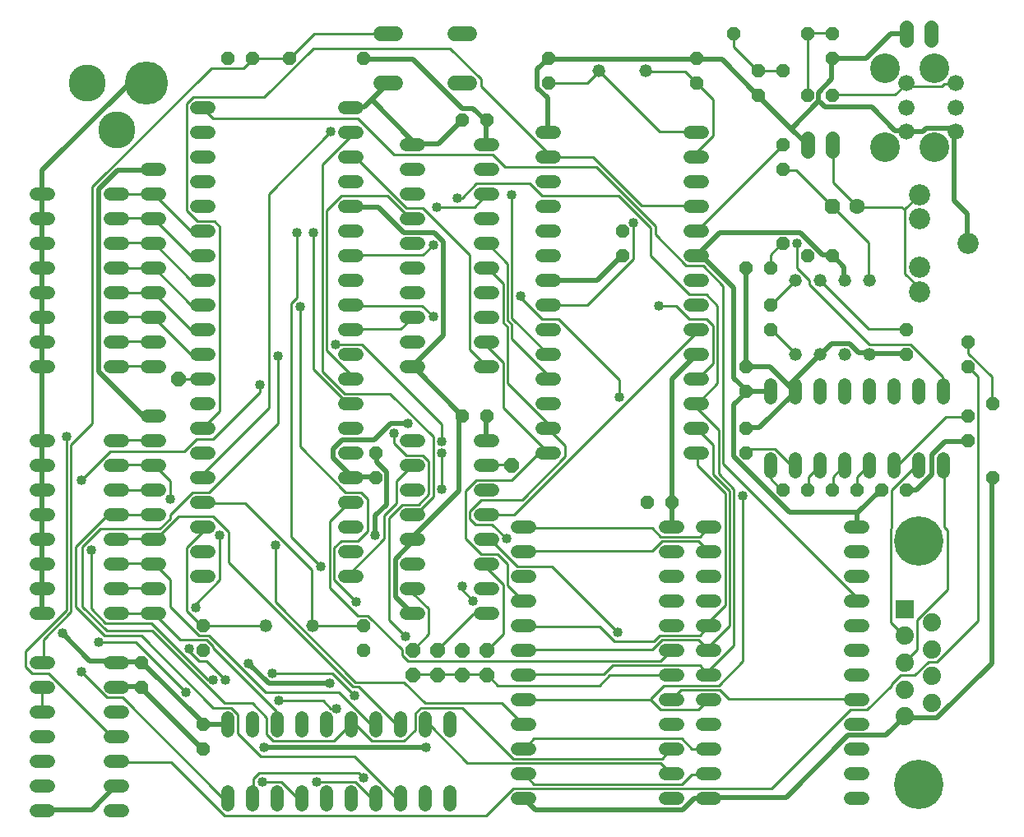
<source format=gtl>
G04 EAGLE Gerber RS-274X export*
G75*
%MOMM*%
%FSLAX34Y34*%
%LPD*%
%INTop Copper*%
%IPPOS*%
%AMOC8*
5,1,8,0,0,1.08239X$1,22.5*%
G01*
%ADD10P,1.429621X8X202.500000*%
%ADD11P,1.429621X8X292.500000*%
%ADD12C,1.320800*%
%ADD13P,1.429621X8X22.500000*%
%ADD14C,1.320800*%
%ADD15P,1.429621X8X112.500000*%
%ADD16P,1.732040X8X202.500000*%
%ADD17C,1.600200*%
%ADD18C,1.422400*%
%ADD19C,2.184400*%
%ADD20C,1.676400*%
%ADD21C,3.048000*%
%ADD22P,1.649562X8X22.500000*%
%ADD23C,1.524000*%
%ADD24R,1.879600X1.879600*%
%ADD25C,1.879600*%
%ADD26C,5.080000*%
%ADD27C,4.445000*%
%ADD28C,3.810000*%
%ADD29C,0.254000*%
%ADD30C,1.016000*%
%ADD31C,0.508000*%


D10*
X673100Y330200D03*
X647700Y330200D03*
D11*
X190500Y101600D03*
X190500Y76200D03*
D12*
X32004Y647700D02*
X18796Y647700D01*
X18796Y622300D02*
X32004Y622300D01*
X32004Y596900D02*
X18796Y596900D01*
X18796Y571500D02*
X32004Y571500D01*
X32004Y546100D02*
X18796Y546100D01*
X18796Y520700D02*
X32004Y520700D01*
X32004Y495300D02*
X18796Y495300D01*
X18796Y469900D02*
X32004Y469900D01*
X94996Y469900D02*
X108204Y469900D01*
X108204Y495300D02*
X94996Y495300D01*
X94996Y520700D02*
X108204Y520700D01*
X108204Y546100D02*
X94996Y546100D01*
X94996Y571500D02*
X108204Y571500D01*
X108204Y596900D02*
X94996Y596900D01*
X94996Y622300D02*
X108204Y622300D01*
X108204Y647700D02*
X94996Y647700D01*
X133096Y673100D02*
X146304Y673100D01*
X146304Y647700D02*
X133096Y647700D01*
X133096Y622300D02*
X146304Y622300D01*
X146304Y596900D02*
X133096Y596900D01*
X133096Y571500D02*
X146304Y571500D01*
X146304Y546100D02*
X133096Y546100D01*
X133096Y520700D02*
X146304Y520700D01*
X146304Y495300D02*
X133096Y495300D01*
X133096Y469900D02*
X146304Y469900D01*
D10*
X838200Y584200D03*
X812800Y584200D03*
D13*
X889000Y342900D03*
X914400Y342900D03*
D10*
X482600Y419100D03*
X457200Y419100D03*
D12*
X539496Y711200D02*
X552704Y711200D01*
X552704Y685800D02*
X539496Y685800D01*
X539496Y660400D02*
X552704Y660400D01*
X552704Y635000D02*
X539496Y635000D01*
X539496Y609600D02*
X552704Y609600D01*
X552704Y584200D02*
X539496Y584200D01*
X539496Y558800D02*
X552704Y558800D01*
X552704Y533400D02*
X539496Y533400D01*
X539496Y508000D02*
X552704Y508000D01*
X552704Y482600D02*
X539496Y482600D01*
X539496Y457200D02*
X552704Y457200D01*
X552704Y431800D02*
X539496Y431800D01*
X539496Y406400D02*
X552704Y406400D01*
X552704Y381000D02*
X539496Y381000D01*
X691896Y381000D02*
X705104Y381000D01*
X705104Y406400D02*
X691896Y406400D01*
X691896Y431800D02*
X705104Y431800D01*
X705104Y457200D02*
X691896Y457200D01*
X691896Y482600D02*
X705104Y482600D01*
X705104Y508000D02*
X691896Y508000D01*
X691896Y533400D02*
X705104Y533400D01*
X705104Y558800D02*
X691896Y558800D01*
X691896Y584200D02*
X705104Y584200D01*
X705104Y609600D02*
X691896Y609600D01*
X691896Y635000D02*
X705104Y635000D01*
X705104Y660400D02*
X691896Y660400D01*
X691896Y685800D02*
X705104Y685800D01*
X705104Y711200D02*
X691896Y711200D01*
D14*
X800100Y482600D03*
X825500Y482600D03*
X825500Y558800D03*
X800100Y558800D03*
X850900Y482600D03*
X876300Y482600D03*
X850900Y558800D03*
X876300Y558800D03*
D15*
X787400Y698500D03*
X787400Y774700D03*
D13*
X736600Y812800D03*
X812800Y812800D03*
D11*
X762000Y774700D03*
X762000Y749300D03*
D10*
X838200Y749300D03*
X812800Y749300D03*
D11*
X838200Y812800D03*
X838200Y787400D03*
X914400Y508000D03*
X914400Y482600D03*
X774700Y533400D03*
X774700Y508000D03*
D10*
X482600Y723900D03*
X457200Y723900D03*
D16*
X838200Y635000D03*
D17*
X863600Y635000D03*
D15*
X787400Y596900D03*
X787400Y673100D03*
D10*
X774700Y571500D03*
X749300Y571500D03*
D14*
X598170Y774700D03*
X646430Y774700D03*
D15*
X546100Y762000D03*
X546100Y787400D03*
X698500Y762000D03*
X698500Y787400D03*
D18*
X939800Y805688D02*
X939800Y819912D01*
X914400Y819912D02*
X914400Y805688D01*
D19*
X977900Y596900D03*
X927900Y571900D03*
X927900Y546900D03*
X927900Y621900D03*
X927900Y646900D03*
D18*
X838200Y691388D02*
X838200Y705612D01*
X812800Y705612D02*
X812800Y691388D01*
D20*
X965200Y711600D03*
X965200Y736600D03*
X965200Y761600D03*
D21*
X943200Y777600D03*
X943200Y695600D03*
D20*
X914400Y711600D03*
X914400Y736600D03*
X914400Y761600D03*
D21*
X892400Y777600D03*
X892400Y695600D03*
D12*
X413004Y698500D02*
X399796Y698500D01*
X399796Y673100D02*
X413004Y673100D01*
X413004Y546100D02*
X399796Y546100D01*
X399796Y520700D02*
X413004Y520700D01*
X413004Y647700D02*
X399796Y647700D01*
X399796Y622300D02*
X413004Y622300D01*
X413004Y571500D02*
X399796Y571500D01*
X399796Y596900D02*
X413004Y596900D01*
X413004Y495300D02*
X399796Y495300D01*
X399796Y469900D02*
X413004Y469900D01*
X475996Y469900D02*
X489204Y469900D01*
X489204Y495300D02*
X475996Y495300D01*
X475996Y520700D02*
X489204Y520700D01*
X489204Y546100D02*
X475996Y546100D01*
X475996Y571500D02*
X489204Y571500D01*
X489204Y596900D02*
X475996Y596900D01*
X475996Y622300D02*
X489204Y622300D01*
X489204Y647700D02*
X475996Y647700D01*
X475996Y673100D02*
X489204Y673100D01*
X489204Y698500D02*
X475996Y698500D01*
X197104Y736600D02*
X183896Y736600D01*
X183896Y711200D02*
X197104Y711200D01*
X197104Y584200D02*
X183896Y584200D01*
X183896Y558800D02*
X197104Y558800D01*
X197104Y685800D02*
X183896Y685800D01*
X183896Y660400D02*
X197104Y660400D01*
X197104Y609600D02*
X183896Y609600D01*
X183896Y635000D02*
X197104Y635000D01*
X197104Y533400D02*
X183896Y533400D01*
X183896Y508000D02*
X197104Y508000D01*
X197104Y482600D02*
X183896Y482600D01*
X183896Y457200D02*
X197104Y457200D01*
X197104Y431800D02*
X183896Y431800D01*
X183896Y406400D02*
X197104Y406400D01*
X197104Y381000D02*
X183896Y381000D01*
X183896Y355600D02*
X197104Y355600D01*
X197104Y330200D02*
X183896Y330200D01*
X183896Y304800D02*
X197104Y304800D01*
X197104Y279400D02*
X183896Y279400D01*
X183896Y254000D02*
X197104Y254000D01*
X336296Y254000D02*
X349504Y254000D01*
X349504Y279400D02*
X336296Y279400D01*
X336296Y304800D02*
X349504Y304800D01*
X349504Y330200D02*
X336296Y330200D01*
X336296Y355600D02*
X349504Y355600D01*
X349504Y381000D02*
X336296Y381000D01*
X336296Y406400D02*
X349504Y406400D01*
X349504Y431800D02*
X336296Y431800D01*
X336296Y457200D02*
X349504Y457200D01*
X349504Y482600D02*
X336296Y482600D01*
X336296Y508000D02*
X349504Y508000D01*
X349504Y533400D02*
X336296Y533400D01*
X336296Y558800D02*
X349504Y558800D01*
X349504Y584200D02*
X336296Y584200D01*
X336296Y609600D02*
X349504Y609600D01*
X349504Y635000D02*
X336296Y635000D01*
X336296Y660400D02*
X349504Y660400D01*
X349504Y685800D02*
X336296Y685800D01*
X336296Y711200D02*
X349504Y711200D01*
X349504Y736600D02*
X336296Y736600D01*
X399796Y393700D02*
X413004Y393700D01*
X413004Y368300D02*
X399796Y368300D01*
X399796Y241300D02*
X413004Y241300D01*
X413004Y215900D02*
X399796Y215900D01*
X399796Y342900D02*
X413004Y342900D01*
X413004Y317500D02*
X399796Y317500D01*
X399796Y266700D02*
X413004Y266700D01*
X413004Y292100D02*
X399796Y292100D01*
X475996Y215900D02*
X489204Y215900D01*
X489204Y241300D02*
X475996Y241300D01*
X475996Y266700D02*
X489204Y266700D01*
X489204Y292100D02*
X475996Y292100D01*
X475996Y317500D02*
X489204Y317500D01*
X489204Y342900D02*
X475996Y342900D01*
X475996Y368300D02*
X489204Y368300D01*
X489204Y393700D02*
X475996Y393700D01*
X32004Y165100D02*
X18796Y165100D01*
X18796Y139700D02*
X32004Y139700D01*
X32004Y12700D02*
X18796Y12700D01*
X94996Y12700D02*
X108204Y12700D01*
X32004Y114300D02*
X18796Y114300D01*
X18796Y88900D02*
X32004Y88900D01*
X32004Y38100D02*
X18796Y38100D01*
X18796Y63500D02*
X32004Y63500D01*
X94996Y38100D02*
X108204Y38100D01*
X108204Y63500D02*
X94996Y63500D01*
X94996Y88900D02*
X108204Y88900D01*
X108204Y114300D02*
X94996Y114300D01*
X94996Y139700D02*
X108204Y139700D01*
X108204Y165100D02*
X94996Y165100D01*
D22*
X406400Y152400D03*
X431800Y152400D03*
X457200Y152400D03*
X482600Y152400D03*
X406400Y177800D03*
X431800Y177800D03*
X457200Y177800D03*
X482600Y177800D03*
D13*
X279400Y787400D03*
X355600Y787400D03*
D10*
X241300Y787400D03*
X215900Y787400D03*
D23*
X373380Y812800D02*
X388620Y812800D01*
X388620Y762000D02*
X373380Y762000D01*
X449580Y812800D02*
X464820Y812800D01*
X464820Y762000D02*
X449580Y762000D01*
D14*
X255270Y203200D03*
X303530Y203200D03*
D11*
X190500Y203200D03*
X190500Y177800D03*
X355600Y203200D03*
X355600Y177800D03*
D12*
X215900Y32004D02*
X215900Y18796D01*
X241300Y18796D02*
X241300Y32004D01*
X368300Y32004D02*
X368300Y18796D01*
X393700Y18796D02*
X393700Y32004D01*
X266700Y32004D02*
X266700Y18796D01*
X292100Y18796D02*
X292100Y32004D01*
X342900Y32004D02*
X342900Y18796D01*
X317500Y18796D02*
X317500Y32004D01*
X419100Y32004D02*
X419100Y18796D01*
X444500Y18796D02*
X444500Y32004D01*
X444500Y94996D02*
X444500Y108204D01*
X419100Y108204D02*
X419100Y94996D01*
X393700Y94996D02*
X393700Y108204D01*
X368300Y108204D02*
X368300Y94996D01*
X342900Y94996D02*
X342900Y108204D01*
X317500Y108204D02*
X317500Y94996D01*
X292100Y94996D02*
X292100Y108204D01*
X266700Y108204D02*
X266700Y94996D01*
X241300Y94996D02*
X241300Y108204D01*
X215900Y108204D02*
X215900Y94996D01*
X32004Y393700D02*
X18796Y393700D01*
X18796Y368300D02*
X32004Y368300D01*
X32004Y342900D02*
X18796Y342900D01*
X18796Y317500D02*
X32004Y317500D01*
X32004Y292100D02*
X18796Y292100D01*
X18796Y266700D02*
X32004Y266700D01*
X32004Y241300D02*
X18796Y241300D01*
X18796Y215900D02*
X32004Y215900D01*
X94996Y215900D02*
X108204Y215900D01*
X108204Y241300D02*
X94996Y241300D01*
X94996Y266700D02*
X108204Y266700D01*
X108204Y292100D02*
X94996Y292100D01*
X94996Y317500D02*
X108204Y317500D01*
X108204Y342900D02*
X94996Y342900D01*
X94996Y368300D02*
X108204Y368300D01*
X108204Y393700D02*
X94996Y393700D01*
X133096Y419100D02*
X146304Y419100D01*
X146304Y393700D02*
X133096Y393700D01*
X133096Y368300D02*
X146304Y368300D01*
X146304Y342900D02*
X133096Y342900D01*
X133096Y317500D02*
X146304Y317500D01*
X146304Y292100D02*
X133096Y292100D01*
X133096Y266700D02*
X146304Y266700D01*
X146304Y241300D02*
X133096Y241300D01*
X133096Y215900D02*
X146304Y215900D01*
X514096Y304800D02*
X527304Y304800D01*
X527304Y279400D02*
X514096Y279400D01*
X514096Y152400D02*
X527304Y152400D01*
X527304Y127000D02*
X514096Y127000D01*
X514096Y254000D02*
X527304Y254000D01*
X527304Y228600D02*
X514096Y228600D01*
X514096Y177800D02*
X527304Y177800D01*
X527304Y203200D02*
X514096Y203200D01*
X514096Y101600D02*
X527304Y101600D01*
X527304Y76200D02*
X514096Y76200D01*
X514096Y50800D02*
X527304Y50800D01*
X527304Y25400D02*
X514096Y25400D01*
X666496Y25400D02*
X679704Y25400D01*
X679704Y50800D02*
X666496Y50800D01*
X666496Y76200D02*
X679704Y76200D01*
X679704Y101600D02*
X666496Y101600D01*
X666496Y127000D02*
X679704Y127000D01*
X679704Y152400D02*
X666496Y152400D01*
X666496Y177800D02*
X679704Y177800D01*
X679704Y203200D02*
X666496Y203200D01*
X666496Y228600D02*
X679704Y228600D01*
X679704Y254000D02*
X666496Y254000D01*
X666496Y279400D02*
X679704Y279400D01*
X679704Y304800D02*
X666496Y304800D01*
X704596Y304800D02*
X717804Y304800D01*
X717804Y279400D02*
X704596Y279400D01*
X704596Y254000D02*
X717804Y254000D01*
X717804Y228600D02*
X704596Y228600D01*
X704596Y203200D02*
X717804Y203200D01*
X717804Y177800D02*
X704596Y177800D01*
X704596Y152400D02*
X717804Y152400D01*
X717804Y127000D02*
X704596Y127000D01*
X704596Y101600D02*
X717804Y101600D01*
X717804Y76200D02*
X704596Y76200D01*
X704596Y50800D02*
X717804Y50800D01*
X717804Y25400D02*
X704596Y25400D01*
X856996Y25400D02*
X870204Y25400D01*
X870204Y50800D02*
X856996Y50800D01*
X856996Y76200D02*
X870204Y76200D01*
X870204Y101600D02*
X856996Y101600D01*
X856996Y127000D02*
X870204Y127000D01*
X870204Y152400D02*
X856996Y152400D01*
X856996Y177800D02*
X870204Y177800D01*
X870204Y203200D02*
X856996Y203200D01*
X856996Y228600D02*
X870204Y228600D01*
X870204Y254000D02*
X856996Y254000D01*
X856996Y279400D02*
X870204Y279400D01*
X870204Y304800D02*
X856996Y304800D01*
D24*
X912900Y220500D03*
D25*
X912900Y192800D03*
X912900Y165100D03*
X912900Y137400D03*
X912900Y109700D03*
X941300Y206600D03*
X941300Y178900D03*
X941300Y151300D03*
X941300Y123600D03*
D26*
X927100Y290100D03*
X927100Y40100D03*
D12*
X774700Y361696D02*
X774700Y374904D01*
X800100Y374904D02*
X800100Y361696D01*
X927100Y361696D02*
X927100Y374904D01*
X952500Y374904D02*
X952500Y361696D01*
X825500Y361696D02*
X825500Y374904D01*
X850900Y374904D02*
X850900Y361696D01*
X901700Y361696D02*
X901700Y374904D01*
X876300Y374904D02*
X876300Y361696D01*
X952500Y437896D02*
X952500Y451104D01*
X927100Y451104D02*
X927100Y437896D01*
X901700Y437896D02*
X901700Y451104D01*
X876300Y451104D02*
X876300Y437896D01*
X850900Y437896D02*
X850900Y451104D01*
X825500Y451104D02*
X825500Y437896D01*
X800100Y437896D02*
X800100Y451104D01*
X774700Y451104D02*
X774700Y437896D01*
D13*
X787400Y342900D03*
X812800Y342900D03*
X838200Y342900D03*
X863600Y342900D03*
D15*
X977900Y393700D03*
X977900Y419100D03*
X749300Y381000D03*
X749300Y406400D03*
D27*
X132600Y762000D03*
D28*
X71600Y762000D03*
X101600Y714000D03*
D15*
X749300Y444500D03*
X749300Y469900D03*
X368300Y355600D03*
X368300Y381000D03*
D11*
X127000Y165100D03*
X127000Y139700D03*
D15*
X977900Y469900D03*
X977900Y495300D03*
X1003300Y355600D03*
X1003300Y431800D03*
X622300Y584200D03*
X622300Y609600D03*
D22*
X508000Y368300D03*
X165100Y457200D03*
D29*
X521208Y126873D02*
X651510Y126873D01*
X661797Y116586D01*
X700659Y116586D01*
X710946Y126873D01*
X521208Y126873D02*
X520700Y127000D01*
X710946Y126873D02*
X711200Y127000D01*
X677799Y532638D02*
X659511Y532638D01*
X677799Y532638D02*
X691515Y518922D01*
X708660Y518922D01*
X715518Y512064D01*
X715518Y473202D01*
X699516Y457200D01*
X698500Y457200D01*
X665226Y141732D02*
X651510Y128016D01*
X665226Y141732D02*
X721233Y141732D01*
X746379Y166878D01*
X746379Y337185D01*
X651510Y128016D02*
X651510Y126873D01*
D30*
X659511Y532638D03*
X746379Y337185D03*
D29*
X603504Y153162D02*
X521208Y153162D01*
X603504Y153162D02*
X612648Y162306D01*
X701802Y162306D01*
X710946Y153162D01*
X521208Y153162D02*
X520700Y152400D01*
X710946Y153162D02*
X711200Y152400D01*
X699516Y426339D02*
X699516Y430911D01*
X699516Y426339D02*
X721233Y404622D01*
X721233Y360045D01*
X737235Y344043D01*
X737235Y182880D01*
X709803Y155448D01*
X699516Y430911D02*
X698500Y431800D01*
X709803Y155448D02*
X711200Y152400D01*
X457200Y643509D02*
X452628Y643509D01*
X457200Y643509D02*
X472059Y658368D01*
X526923Y658368D01*
X539496Y645795D01*
X618363Y645795D01*
X651510Y612648D01*
X651510Y584073D01*
X691515Y544068D01*
X708660Y544068D01*
X720090Y532638D01*
X720090Y452628D01*
X699516Y432054D01*
X698500Y431800D01*
D30*
X452628Y643509D03*
D29*
X521208Y178308D02*
X652653Y178308D01*
X662940Y188595D01*
X700659Y188595D01*
X710946Y178308D01*
X521208Y178308D02*
X520700Y177800D01*
X710946Y178308D02*
X711200Y177800D01*
X517779Y540639D02*
X517779Y542925D01*
X517779Y540639D02*
X539496Y518922D01*
X556641Y518922D01*
X619506Y456057D01*
X619506Y438912D01*
X732663Y203454D02*
X709803Y180594D01*
X732663Y203454D02*
X732663Y341757D01*
X715518Y358902D01*
X715518Y389763D01*
X699516Y405765D01*
X709803Y180594D02*
X711200Y177800D01*
X699516Y405765D02*
X698500Y406400D01*
D30*
X517779Y542925D03*
X619506Y438912D03*
D29*
X598932Y202311D02*
X521208Y202311D01*
X598932Y202311D02*
X613791Y187452D01*
X654939Y187452D01*
X660654Y193167D01*
X701802Y193167D01*
X710946Y202311D01*
X521208Y202311D02*
X520700Y203200D01*
X710946Y202311D02*
X711200Y203200D01*
X712089Y203454D02*
X712089Y208026D01*
X728091Y224028D01*
X728091Y339471D01*
X699516Y368046D01*
X699516Y380619D01*
X712089Y203454D02*
X711200Y203200D01*
X699516Y380619D02*
X698500Y381000D01*
X483489Y490347D02*
X483489Y494919D01*
X483489Y490347D02*
X499491Y474345D01*
X499491Y427482D01*
X545211Y381762D01*
X483489Y494919D02*
X482600Y495300D01*
X545211Y381762D02*
X546100Y381000D01*
X540639Y385191D02*
X508635Y353187D01*
X472059Y353187D01*
X460629Y341757D01*
X460629Y292608D01*
X476631Y276606D01*
X493776Y276606D01*
X504063Y266319D01*
X504063Y244602D01*
X520065Y228600D01*
X546100Y381000D02*
X540639Y385191D01*
X520700Y228600D02*
X520065Y228600D01*
X545211Y406908D02*
X545211Y411480D01*
X504063Y452628D01*
X504063Y510921D01*
X499491Y515493D01*
X499491Y555498D01*
X483489Y571500D01*
X545211Y406908D02*
X546100Y406400D01*
X483489Y571500D02*
X482600Y571500D01*
X488061Y307467D02*
X502920Y292608D01*
X488061Y307467D02*
X470916Y307467D01*
X465201Y313182D01*
X465201Y321183D01*
X476631Y332613D01*
X518922Y332613D01*
X563499Y377190D01*
X563499Y388620D01*
X546354Y405765D01*
X546100Y406400D01*
D30*
X502920Y292608D03*
D29*
X521208Y280035D02*
X652653Y280035D01*
X662940Y290322D01*
X700659Y290322D01*
X710946Y280035D01*
X521208Y280035D02*
X520700Y279400D01*
X710946Y280035D02*
X711200Y279400D01*
X545211Y457200D02*
X545211Y461772D01*
X508635Y498348D01*
X508635Y513207D01*
X504063Y517779D01*
X504063Y576072D01*
X483489Y596646D01*
X545211Y457200D02*
X546100Y457200D01*
X483489Y596646D02*
X482600Y596900D01*
X521208Y304038D02*
X652653Y304038D01*
X661797Y294894D01*
X701802Y294894D01*
X710946Y304038D01*
X521208Y304038D02*
X520700Y304800D01*
X710946Y304038D02*
X711200Y304800D01*
X508635Y520065D02*
X508635Y646938D01*
X508635Y520065D02*
X546100Y482600D01*
D30*
X508635Y646938D03*
D31*
X482346Y699516D02*
X482346Y723519D01*
X482346Y699516D02*
X482600Y698500D01*
X482346Y723519D02*
X482600Y723900D01*
X406908Y786384D02*
X356616Y786384D01*
X406908Y786384D02*
X457200Y736092D01*
X468630Y736092D01*
X480060Y724662D01*
X356616Y786384D02*
X355600Y787400D01*
X480060Y724662D02*
X482600Y723900D01*
X850392Y572643D02*
X850392Y558927D01*
X850392Y572643D02*
X838962Y584073D01*
X850392Y558927D02*
X850900Y558800D01*
X838962Y584073D02*
X838200Y584200D01*
X596646Y558927D02*
X546354Y558927D01*
X596646Y558927D02*
X621792Y584073D01*
X546354Y558927D02*
X546100Y558800D01*
X621792Y584073D02*
X622300Y584200D01*
X828675Y585216D02*
X836676Y585216D01*
X828675Y585216D02*
X805815Y608076D01*
X722376Y608076D01*
X698500Y584200D01*
X836676Y585216D02*
X838200Y584200D01*
X368046Y356616D02*
X342900Y356616D01*
X342900Y355600D01*
X368046Y356616D02*
X368300Y355600D01*
X482346Y394335D02*
X482346Y418338D01*
X482346Y394335D02*
X482600Y393700D01*
X482346Y418338D02*
X482600Y419100D01*
X341757Y358902D02*
X324612Y376047D01*
X324612Y385191D01*
X333756Y394335D01*
X366903Y394335D01*
X384048Y411480D01*
X401193Y411480D01*
X341757Y358902D02*
X342900Y355600D01*
X864108Y318897D02*
X864108Y305181D01*
X864108Y318897D02*
X888111Y342900D01*
X864108Y305181D02*
X863600Y304800D01*
X888111Y342900D02*
X889000Y342900D01*
X673227Y329184D02*
X673227Y305181D01*
X673100Y304800D01*
X673227Y329184D02*
X673100Y330200D01*
X749808Y444627D02*
X773811Y444627D01*
X749808Y444627D02*
X749300Y444500D01*
X773811Y444627D02*
X774700Y444500D01*
X673227Y457200D02*
X673227Y332613D01*
X673227Y457200D02*
X698373Y482346D01*
X673227Y332613D02*
X673100Y330200D01*
X698373Y482346D02*
X698500Y482600D01*
X794385Y320040D02*
X861822Y320040D01*
X794385Y320040D02*
X737235Y377190D01*
X737235Y430911D01*
X748665Y442341D01*
X861822Y320040D02*
X864108Y318897D01*
X748665Y442341D02*
X749300Y444500D01*
X737235Y550926D02*
X702945Y585216D01*
X737235Y550926D02*
X737235Y458343D01*
X748665Y446913D01*
X702945Y585216D02*
X698500Y584200D01*
X748665Y446913D02*
X749300Y444500D01*
X126873Y165735D02*
X101727Y165735D01*
X101600Y165100D01*
X126873Y165735D02*
X127000Y165100D01*
X190881Y101727D02*
X214884Y101727D01*
X190881Y101727D02*
X190500Y101600D01*
X214884Y101727D02*
X215900Y101600D01*
X253746Y77724D02*
X420624Y77724D01*
X189738Y104013D02*
X129159Y164592D01*
X127000Y165100D01*
X189738Y104013D02*
X190500Y101600D01*
X25146Y216027D02*
X25146Y241173D01*
X25146Y216027D02*
X25400Y215900D01*
X25146Y241173D02*
X25400Y241300D01*
X25146Y243459D02*
X25146Y266319D01*
X25400Y266700D01*
X25146Y243459D02*
X25400Y241300D01*
X25146Y268605D02*
X25146Y291465D01*
X25400Y292100D01*
X25146Y268605D02*
X25400Y266700D01*
X25146Y293751D02*
X25146Y316611D01*
X25400Y317500D01*
X25146Y293751D02*
X25400Y292100D01*
X25146Y320040D02*
X25146Y342900D01*
X25400Y342900D01*
X25146Y320040D02*
X25400Y317500D01*
X25146Y345186D02*
X25146Y368046D01*
X25400Y368300D01*
X25146Y345186D02*
X25400Y342900D01*
X25146Y370332D02*
X25146Y393192D01*
X25400Y393700D01*
X25146Y370332D02*
X25400Y368300D01*
X25146Y470916D02*
X25146Y494919D01*
X25146Y470916D02*
X25400Y469900D01*
X25146Y494919D02*
X25400Y495300D01*
X25146Y497205D02*
X25146Y520065D01*
X25400Y520700D01*
X25146Y497205D02*
X25400Y495300D01*
X25146Y522351D02*
X25146Y545211D01*
X25400Y546100D01*
X25146Y522351D02*
X25400Y520700D01*
X25146Y548640D02*
X25146Y571500D01*
X25400Y571500D01*
X25146Y548640D02*
X25400Y546100D01*
X25146Y573786D02*
X25146Y596646D01*
X25400Y596900D01*
X25146Y573786D02*
X25400Y571500D01*
X25146Y598932D02*
X25146Y621792D01*
X25400Y622300D01*
X25146Y598932D02*
X25400Y596900D01*
X25146Y624078D02*
X25146Y646938D01*
X25400Y647700D01*
X25146Y624078D02*
X25400Y622300D01*
X25146Y467487D02*
X25146Y395478D01*
X25400Y393700D01*
X25146Y467487D02*
X25400Y469900D01*
X114300Y761238D02*
X132588Y761238D01*
X114300Y761238D02*
X25146Y672084D01*
X25146Y650367D01*
X132588Y761238D02*
X132600Y762000D01*
X25146Y650367D02*
X25400Y647700D01*
X74295Y166878D02*
X99441Y166878D01*
X74295Y166878D02*
X45720Y195453D01*
X99441Y166878D02*
X101600Y165100D01*
D30*
X401193Y411480D03*
X420624Y77724D03*
X253746Y77724D03*
X45720Y195453D03*
D31*
X26289Y13716D02*
X76581Y13716D01*
X100584Y37719D01*
X26289Y13716D02*
X25400Y12700D01*
X100584Y37719D02*
X101600Y38100D01*
X101727Y140589D02*
X126873Y140589D01*
X101727Y140589D02*
X101600Y139700D01*
X126873Y140589D02*
X127000Y139700D01*
X128016Y138303D02*
X189738Y76581D01*
X190500Y76200D01*
X128016Y138303D02*
X127000Y139700D01*
X405765Y289179D02*
X405765Y291465D01*
X405765Y289179D02*
X388620Y272034D01*
X388620Y233172D01*
X405765Y216027D01*
X405765Y291465D02*
X406400Y292100D01*
X405765Y216027D02*
X406400Y215900D01*
X369189Y371475D02*
X369189Y380619D01*
X369189Y371475D02*
X379476Y361188D01*
X379476Y328041D01*
X368046Y316611D01*
X368046Y296037D01*
X369189Y380619D02*
X368300Y381000D01*
X371475Y634365D02*
X342900Y634365D01*
X371475Y634365D02*
X397764Y608076D01*
X428625Y608076D01*
X437769Y598932D01*
X437769Y501777D01*
X406908Y470916D01*
X342900Y634365D02*
X342900Y635000D01*
X406908Y470916D02*
X406400Y469900D01*
X408051Y468630D02*
X457200Y419481D01*
X457200Y419100D01*
X408051Y468630D02*
X406400Y469900D01*
X408051Y296037D02*
X408051Y293751D01*
X408051Y296037D02*
X453771Y341757D01*
X453771Y414909D01*
X456057Y417195D01*
X408051Y293751D02*
X406400Y292100D01*
X456057Y417195D02*
X457200Y419100D01*
X237744Y164592D02*
X258318Y144018D01*
X321183Y144018D01*
X342900Y737235D02*
X356616Y737235D01*
X364046Y744665D02*
X380619Y761238D01*
X364046Y744665D02*
X356616Y737235D01*
X342900Y737235D02*
X342900Y736600D01*
X380619Y761238D02*
X381000Y762000D01*
X406908Y699516D02*
X433197Y699516D01*
X457200Y723519D01*
X406908Y699516D02*
X406400Y698500D01*
X457200Y723519D02*
X457200Y723900D01*
X406908Y701802D02*
X364046Y744665D01*
X406908Y701802D02*
X406400Y698500D01*
X545211Y712089D02*
X545211Y746379D01*
X534924Y756666D01*
X534924Y776097D01*
X545211Y786384D01*
X545211Y712089D02*
X546100Y711200D01*
X545211Y786384D02*
X546100Y787400D01*
X696087Y25146D02*
X710946Y25146D01*
X696087Y25146D02*
X684657Y13716D01*
X532638Y13716D01*
X521208Y25146D01*
X710946Y25146D02*
X711200Y25400D01*
X521208Y25146D02*
X520700Y25400D01*
X713232Y26289D02*
X790956Y26289D01*
X854964Y90297D01*
X893826Y90297D01*
X912114Y108585D01*
X713232Y26289D02*
X711200Y25400D01*
X912114Y108585D02*
X912900Y109700D01*
X914400Y712089D02*
X931545Y712089D01*
X934974Y715518D01*
X961263Y715518D01*
X964692Y712089D01*
X914400Y712089D02*
X914400Y711600D01*
X964692Y712089D02*
X965200Y711600D01*
X977265Y627507D02*
X977265Y597789D01*
X977265Y627507D02*
X963549Y641223D01*
X963549Y709803D01*
X977265Y597789D02*
X977900Y596900D01*
X963549Y709803D02*
X965200Y711600D01*
X873252Y787527D02*
X838962Y787527D01*
X873252Y787527D02*
X898398Y812673D01*
X914400Y812673D01*
X838962Y787527D02*
X838200Y787400D01*
X914400Y812673D02*
X914400Y812800D01*
X812673Y698373D02*
X796100Y714947D01*
X762381Y748665D01*
X762000Y749300D01*
X812673Y698373D02*
X812800Y698500D01*
X724662Y786384D02*
X699516Y786384D01*
X724662Y786384D02*
X760095Y750951D01*
X699516Y786384D02*
X698500Y787400D01*
X760095Y750951D02*
X762000Y749300D01*
X837819Y765810D02*
X837819Y785241D01*
X837819Y765810D02*
X824103Y752094D01*
X824103Y742950D01*
X796100Y714947D01*
X837819Y785241D02*
X838200Y787400D01*
X902970Y713232D02*
X912114Y713232D01*
X902970Y713232D02*
X878967Y737235D01*
X830961Y737235D01*
X826389Y741807D01*
X912114Y713232D02*
X914400Y711600D01*
X826389Y741807D02*
X824103Y742950D01*
X914400Y342900D02*
X924687Y342900D01*
X940689Y358902D01*
X940689Y379476D01*
X954405Y393192D01*
X977265Y393192D01*
X977900Y393700D01*
X914400Y483489D02*
X876681Y483489D01*
X876300Y482600D01*
X914400Y482600D02*
X914400Y483489D01*
X763524Y406908D02*
X749808Y406908D01*
X763524Y406908D02*
X800100Y443484D01*
X749808Y406908D02*
X749300Y406400D01*
X800100Y443484D02*
X800100Y444500D01*
X773811Y469773D02*
X749808Y469773D01*
X773811Y469773D02*
X797814Y445770D01*
X749808Y469773D02*
X749300Y469900D01*
X797814Y445770D02*
X800100Y444500D01*
X794385Y451485D02*
X825500Y482600D01*
X794385Y451485D02*
X800100Y444500D01*
X865251Y484632D02*
X874395Y484632D01*
X865251Y484632D02*
X856107Y493776D01*
X837819Y493776D01*
X827532Y483489D01*
X874395Y484632D02*
X876300Y482600D01*
X827532Y483489D02*
X825500Y482600D01*
X749808Y472059D02*
X749808Y571500D01*
X749300Y571500D01*
X749808Y472059D02*
X749300Y469900D01*
X914400Y108585D02*
X946404Y108585D01*
X1002411Y164592D01*
X1002411Y355473D01*
X912900Y109700D02*
X914400Y108585D01*
X1002411Y355473D02*
X1003300Y355600D01*
X696087Y786384D02*
X547497Y786384D01*
X546100Y787400D01*
X696087Y786384D02*
X698500Y787400D01*
X139446Y419481D02*
X129159Y419481D01*
X83439Y465201D01*
X83439Y652653D01*
X102870Y672084D01*
X139446Y672084D01*
X139446Y419481D02*
X139700Y419100D01*
X139446Y672084D02*
X139700Y673100D01*
D30*
X368046Y296037D03*
X237744Y164592D03*
X321183Y144018D03*
D29*
X139446Y470916D02*
X101727Y470916D01*
X101600Y469900D01*
X139446Y470916D02*
X139700Y469900D01*
X139446Y496062D02*
X101727Y496062D01*
X101600Y495300D01*
X139446Y496062D02*
X139700Y495300D01*
X139446Y521208D02*
X101727Y521208D01*
X101600Y520700D01*
X139446Y521208D02*
X139700Y520700D01*
X177165Y483489D02*
X189738Y483489D01*
X177165Y483489D02*
X140589Y520065D01*
X189738Y483489D02*
X190500Y482600D01*
X140589Y520065D02*
X139700Y520700D01*
X139446Y546354D02*
X101727Y546354D01*
X101600Y546100D01*
X139446Y546354D02*
X139700Y546100D01*
X177165Y508635D02*
X189738Y508635D01*
X177165Y508635D02*
X139700Y546100D01*
X189738Y508635D02*
X190500Y508000D01*
X139700Y571500D02*
X101600Y571500D01*
X178308Y533781D02*
X189738Y533781D01*
X178308Y533781D02*
X140589Y571500D01*
X189738Y533781D02*
X190500Y533400D01*
X140589Y571500D02*
X139700Y571500D01*
X139446Y597789D02*
X101727Y597789D01*
X101600Y596900D01*
X139446Y597789D02*
X139700Y596900D01*
X178308Y558927D02*
X189738Y558927D01*
X178308Y558927D02*
X140589Y596646D01*
X189738Y558927D02*
X190500Y558800D01*
X140589Y596646D02*
X139700Y596900D01*
X139446Y622935D02*
X101727Y622935D01*
X101600Y622300D01*
X139446Y622935D02*
X139700Y622300D01*
X177165Y585216D02*
X189738Y585216D01*
X177165Y585216D02*
X140589Y621792D01*
X189738Y585216D02*
X190500Y584200D01*
X140589Y621792D02*
X139700Y622300D01*
X139446Y648081D02*
X101727Y648081D01*
X101600Y647700D01*
X139446Y648081D02*
X139700Y647700D01*
X177165Y610362D02*
X189738Y610362D01*
X177165Y610362D02*
X140589Y646938D01*
X189738Y610362D02*
X190500Y609600D01*
X140589Y646938D02*
X139700Y647700D01*
X838962Y749808D02*
X902970Y749808D01*
X914400Y761238D01*
X838962Y749808D02*
X838200Y749300D01*
X914400Y761238D02*
X914400Y761600D01*
X953262Y761238D02*
X964692Y761238D01*
X953262Y761238D02*
X950976Y758952D01*
X917829Y758952D01*
X915543Y761238D01*
X964692Y761238D02*
X965200Y761600D01*
X915543Y761238D02*
X914400Y761600D01*
X812673Y749808D02*
X812673Y812673D01*
X812673Y749808D02*
X812800Y749300D01*
X812673Y812673D02*
X812800Y812800D01*
X813816Y813816D02*
X837819Y813816D01*
X838200Y812800D01*
X813816Y813816D02*
X812800Y812800D01*
X737235Y812673D02*
X737235Y798957D01*
X761238Y774954D01*
X737235Y812673D02*
X736600Y812800D01*
X761238Y774954D02*
X762000Y774700D01*
X762381Y774954D02*
X786384Y774954D01*
X787400Y774700D01*
X762381Y774954D02*
X762000Y774700D01*
X774954Y508635D02*
X800100Y483489D01*
X800100Y482600D01*
X774700Y508000D02*
X774954Y508635D01*
X774954Y533781D02*
X800100Y558927D01*
X774954Y533781D02*
X774700Y533400D01*
X800100Y558800D02*
X800100Y558927D01*
X875538Y508635D02*
X914400Y508635D01*
X875538Y508635D02*
X826389Y557784D01*
X914400Y508635D02*
X914400Y508000D01*
X826389Y557784D02*
X825500Y558800D01*
X801243Y672084D02*
X787527Y672084D01*
X801243Y672084D02*
X837819Y635508D01*
X787527Y672084D02*
X787400Y673100D01*
X837819Y635508D02*
X838200Y635000D01*
X875538Y597789D02*
X875538Y558927D01*
X875538Y597789D02*
X838962Y634365D01*
X875538Y558927D02*
X876300Y558800D01*
X838962Y634365D02*
X838200Y635000D01*
X838962Y659511D02*
X838962Y698373D01*
X838962Y659511D02*
X862965Y635508D01*
X838962Y698373D02*
X838200Y698500D01*
X862965Y635508D02*
X863600Y635000D01*
X926973Y552069D02*
X926973Y547497D01*
X926973Y552069D02*
X913257Y565785D01*
X913257Y632079D01*
X926973Y645795D01*
X926973Y547497D02*
X927900Y546900D01*
X926973Y645795D02*
X927900Y646900D01*
X909828Y634365D02*
X864108Y634365D01*
X909828Y634365D02*
X912114Y632079D01*
X864108Y634365D02*
X863600Y635000D01*
X912114Y632079D02*
X913257Y632079D01*
X774954Y585216D02*
X774954Y571500D01*
X774954Y585216D02*
X786384Y596646D01*
X774954Y571500D02*
X774700Y571500D01*
X786384Y596646D02*
X787400Y596900D01*
X686943Y773811D02*
X646938Y773811D01*
X686943Y773811D02*
X698373Y762381D01*
X646938Y773811D02*
X646430Y774700D01*
X698373Y762381D02*
X698500Y762000D01*
X699516Y691515D02*
X699516Y685800D01*
X699516Y691515D02*
X715518Y707517D01*
X715518Y745236D01*
X699516Y761238D01*
X699516Y685800D02*
X698500Y685800D01*
X699516Y761238D02*
X698500Y762000D01*
X586359Y762381D02*
X546354Y762381D01*
X586359Y762381D02*
X597789Y773811D01*
X546354Y762381D02*
X546100Y762000D01*
X597789Y773811D02*
X598170Y774700D01*
X660654Y712089D02*
X698373Y712089D01*
X660654Y712089D02*
X598932Y773811D01*
X698373Y712089D02*
X698500Y711200D01*
X598932Y773811D02*
X598170Y774700D01*
X642366Y635508D02*
X698373Y635508D01*
X642366Y635508D02*
X592074Y685800D01*
X546100Y685800D01*
X698373Y635508D02*
X698500Y635000D01*
X546354Y686943D02*
X546354Y689229D01*
X476631Y758952D01*
X476631Y765810D01*
X444627Y797814D01*
X304038Y797814D01*
X253746Y747522D01*
X180594Y747522D01*
X173736Y740664D01*
X173736Y630936D01*
X185166Y619506D01*
X202311Y619506D01*
X208026Y613791D01*
X208026Y424053D01*
X190881Y406908D01*
X546100Y685800D02*
X546354Y686943D01*
X190881Y406908D02*
X190500Y406400D01*
X699516Y610362D02*
X787527Y698373D01*
X699516Y610362D02*
X698500Y609600D01*
X787527Y698373D02*
X787400Y698500D01*
X342900Y432054D02*
X339471Y432054D01*
X304038Y467487D01*
X304038Y608076D01*
X342900Y432054D02*
X342900Y431800D01*
X242316Y45720D02*
X242316Y26289D01*
X242316Y45720D02*
X248031Y51435D01*
X350901Y51435D01*
X355473Y46863D01*
X242316Y26289D02*
X241300Y25400D01*
X265176Y227457D02*
X265176Y285750D01*
X265176Y227457D02*
X347472Y145161D01*
X397764Y145161D01*
X419481Y123444D01*
X498348Y123444D01*
X520065Y101727D01*
X520700Y101600D01*
D30*
X304038Y608076D03*
X355473Y46863D03*
X265176Y285750D03*
D29*
X342900Y457200D02*
X342900Y461772D01*
X317754Y486918D01*
X317754Y630936D01*
X332613Y645795D01*
X380619Y645795D01*
X403479Y622935D01*
X405765Y622935D01*
X406400Y622300D01*
X693801Y76581D02*
X710946Y76581D01*
X693801Y76581D02*
X683514Y86868D01*
X531495Y86868D01*
X521208Y76581D01*
X710946Y76581D02*
X711200Y76200D01*
X521208Y76581D02*
X520700Y76200D01*
X387477Y390906D02*
X387477Y401193D01*
X387477Y390906D02*
X400050Y378333D01*
X417195Y378333D01*
X422910Y372618D01*
X422910Y338328D01*
X412623Y328041D01*
X395478Y328041D01*
X381762Y314325D01*
X381762Y209169D01*
X398907Y192024D01*
D30*
X387477Y401193D03*
X398907Y192024D03*
D29*
X693801Y50292D02*
X710946Y50292D01*
X693801Y50292D02*
X683514Y40005D01*
X531495Y40005D01*
X520700Y50800D01*
X710946Y50292D02*
X711200Y50800D01*
X394335Y508635D02*
X342900Y508635D01*
X394335Y508635D02*
X406400Y520700D01*
X342900Y508635D02*
X342900Y508000D01*
X342900Y532638D02*
X416052Y532638D01*
X427482Y521208D01*
X342900Y532638D02*
X342900Y533400D01*
X419481Y100584D02*
X424053Y100584D01*
X462915Y61722D01*
X661797Y61722D01*
X672084Y51435D01*
X419481Y100584D02*
X419100Y101600D01*
X672084Y51435D02*
X673100Y50800D01*
D30*
X427482Y521208D03*
D29*
X348615Y100584D02*
X342900Y100584D01*
X348615Y100584D02*
X364617Y84582D01*
X397764Y84582D01*
X409194Y96012D01*
X409194Y113157D01*
X414909Y118872D01*
X457200Y118872D01*
X509778Y66294D01*
X662940Y66294D01*
X672084Y75438D01*
X342900Y100584D02*
X342900Y101600D01*
X672084Y75438D02*
X673100Y76200D01*
X267462Y411480D02*
X267462Y481203D01*
X267462Y411480D02*
X196596Y340614D01*
X179451Y340614D01*
X156591Y317754D01*
X156591Y313182D01*
X146304Y302895D01*
X84582Y302895D01*
X66294Y284607D01*
X66294Y222885D01*
X91440Y197739D01*
X138303Y197739D01*
X212598Y123444D01*
X241173Y123444D01*
X256032Y108585D01*
X256032Y91440D01*
X262890Y84582D01*
X325755Y84582D01*
X341757Y100584D01*
X342900Y101600D01*
D30*
X267462Y481203D03*
D29*
X342900Y585216D02*
X417195Y585216D01*
X427482Y595503D01*
X342900Y585216D02*
X342900Y584200D01*
X290322Y531495D02*
X290322Y387477D01*
X337185Y340614D01*
X353187Y340614D01*
X360045Y333756D01*
X360045Y300609D01*
X349758Y290322D01*
X332613Y290322D01*
X325755Y283464D01*
X325755Y250317D01*
X348615Y227457D01*
D30*
X427482Y595503D03*
X290322Y531495D03*
X348615Y227457D03*
D29*
X430911Y634365D02*
X469773Y634365D01*
X482346Y646938D01*
X482600Y647700D01*
X457200Y243459D02*
X457200Y240030D01*
X468630Y228600D01*
X731520Y128016D02*
X862965Y128016D01*
X731520Y128016D02*
X722376Y137160D01*
X682371Y137160D01*
X673227Y128016D01*
X862965Y128016D02*
X863600Y127000D01*
X673227Y128016D02*
X673100Y127000D01*
X286893Y540639D02*
X286893Y608076D01*
X286893Y540639D02*
X281178Y534924D01*
X281178Y294894D01*
X312039Y264033D01*
D30*
X430911Y634365D03*
X457200Y243459D03*
X468630Y228600D03*
X286893Y608076D03*
X312039Y264033D03*
D29*
X342900Y685800D02*
X347472Y685800D01*
X400050Y633222D01*
X417195Y633222D01*
X465201Y585216D01*
X465201Y488061D01*
X482346Y470916D01*
X482600Y469900D01*
X436626Y380619D02*
X436626Y344043D01*
D30*
X436626Y344043D03*
X436626Y380619D03*
D29*
X342900Y258318D02*
X342900Y254000D01*
X342900Y258318D02*
X377190Y292608D01*
X377190Y316611D01*
X389763Y329184D01*
X389763Y352044D01*
X405765Y368046D01*
X406400Y368300D01*
X323469Y154305D02*
X261747Y154305D01*
X323469Y154305D02*
X346329Y131445D01*
D30*
X261747Y154305D03*
X346329Y131445D03*
D29*
X342900Y707517D02*
X342900Y711200D01*
X342900Y707517D02*
X313182Y677799D01*
X313182Y465201D01*
X336042Y442341D01*
X382905Y442341D01*
X427482Y397764D01*
X427482Y336042D01*
X409194Y317754D01*
X406908Y317754D01*
X406400Y317500D01*
X862965Y233172D02*
X862965Y228600D01*
X862965Y233172D02*
X725805Y370332D01*
X725805Y553212D01*
X705231Y573786D01*
X688086Y573786D01*
X656082Y605790D01*
X656082Y614934D01*
X595503Y675513D01*
X501777Y675513D01*
X489204Y688086D01*
X387477Y688086D01*
X349758Y725805D01*
X201168Y725805D01*
X190881Y736092D01*
X862965Y228600D02*
X863600Y228600D01*
X190881Y736092D02*
X190500Y736600D01*
X483489Y317754D02*
X510921Y317754D01*
X698373Y505206D01*
X698373Y507492D01*
X483489Y317754D02*
X482600Y317500D01*
X698373Y507492D02*
X698500Y508000D01*
X486918Y291465D02*
X483489Y291465D01*
X486918Y291465D02*
X514350Y264033D01*
X549783Y264033D01*
X617220Y196596D01*
X483489Y291465D02*
X482600Y292100D01*
D30*
X617220Y196596D03*
D29*
X214884Y26289D02*
X210312Y26289D01*
X107442Y129159D01*
X91440Y129159D01*
X65151Y155448D01*
X65151Y353187D02*
X94869Y382905D01*
X171450Y382905D01*
X184023Y395478D01*
X201168Y395478D01*
X249174Y443484D01*
X249174Y451485D01*
X326898Y492633D02*
X354330Y492633D01*
X436626Y410337D01*
X436626Y393192D01*
X214884Y26289D02*
X215900Y25400D01*
D30*
X65151Y155448D03*
X65151Y353187D03*
X249174Y451485D03*
X326898Y492633D03*
X436626Y393192D03*
D29*
X483489Y266319D02*
X483489Y261747D01*
X499491Y245745D01*
X499491Y194310D01*
X483489Y178308D01*
X483489Y266319D02*
X482600Y266700D01*
X483489Y178308D02*
X482600Y177800D01*
X482346Y214884D02*
X468630Y214884D01*
X432054Y178308D01*
X482346Y214884D02*
X482600Y215900D01*
X432054Y178308D02*
X431800Y177800D01*
X406908Y236601D02*
X406908Y241173D01*
X406908Y236601D02*
X422910Y220599D01*
X422910Y194310D01*
X406400Y177800D01*
X406908Y241173D02*
X406400Y241300D01*
X406908Y153162D02*
X430911Y153162D01*
X406908Y153162D02*
X406400Y152400D01*
X430911Y153162D02*
X431800Y152400D01*
X432054Y153162D02*
X457200Y153162D01*
X457200Y152400D01*
X432054Y153162D02*
X431800Y152400D01*
X609219Y152019D02*
X672084Y152019D01*
X609219Y152019D02*
X598932Y141732D01*
X493776Y141732D01*
X483489Y152019D01*
X672084Y152019D02*
X673100Y152400D01*
X483489Y152019D02*
X482600Y152400D01*
X482346Y153162D02*
X458343Y153162D01*
X457200Y152400D01*
X482346Y153162D02*
X482600Y152400D01*
X25146Y139446D02*
X25146Y114300D01*
X25400Y114300D01*
X25146Y139446D02*
X25400Y139700D01*
X26289Y165735D02*
X26289Y188595D01*
X54864Y217170D01*
X54864Y389763D01*
X76581Y411480D01*
X76581Y654939D01*
X198882Y777240D01*
X232029Y777240D01*
X241173Y786384D01*
X26289Y165735D02*
X25400Y165100D01*
X241173Y786384D02*
X241300Y787400D01*
X242316Y787527D02*
X278892Y787527D01*
X279400Y787400D01*
X242316Y787527D02*
X241300Y787400D01*
X305181Y812673D02*
X380619Y812673D01*
X305181Y812673D02*
X280035Y787527D01*
X380619Y812673D02*
X381000Y812800D01*
X280035Y787527D02*
X279400Y787400D01*
X339471Y329184D02*
X342900Y329184D01*
X339471Y329184D02*
X321183Y310896D01*
X321183Y242316D01*
X349758Y213741D01*
X360045Y213741D01*
X395478Y178308D01*
X395478Y172593D01*
X401193Y166878D01*
X661797Y166878D01*
X672084Y177165D01*
X342900Y329184D02*
X342900Y330200D01*
X672084Y177165D02*
X673100Y177800D01*
X234315Y329184D02*
X190881Y329184D01*
X234315Y329184D02*
X302895Y260604D01*
X302895Y203454D01*
X190881Y329184D02*
X190500Y330200D01*
X302895Y203454D02*
X303530Y203200D01*
X304038Y203454D02*
X355473Y203454D01*
X355600Y203200D01*
X304038Y203454D02*
X303530Y203200D01*
X254889Y203454D02*
X190881Y203454D01*
X190500Y203200D01*
X254889Y203454D02*
X255270Y203200D01*
X189738Y299466D02*
X189738Y304038D01*
X189738Y299466D02*
X173736Y283464D01*
X173736Y218313D01*
X189738Y202311D01*
X189738Y304038D02*
X190500Y304800D01*
X190500Y203200D02*
X189738Y202311D01*
X139446Y216027D02*
X101727Y216027D01*
X101600Y215900D01*
X139446Y216027D02*
X139700Y215900D01*
X266319Y115443D02*
X266319Y101727D01*
X266319Y115443D02*
X201168Y180594D01*
X201168Y181737D01*
X194310Y188595D01*
X166878Y188595D01*
X140589Y214884D01*
X266319Y101727D02*
X266700Y101600D01*
X140589Y214884D02*
X139700Y215900D01*
X139446Y242316D02*
X101727Y242316D01*
X101600Y241300D01*
X139446Y242316D02*
X139700Y241300D01*
X139446Y267462D02*
X101727Y267462D01*
X101600Y266700D01*
X139446Y267462D02*
X139700Y266700D01*
X363474Y101727D02*
X368046Y101727D01*
X363474Y101727D02*
X330327Y134874D01*
X254889Y134874D01*
X196596Y193167D01*
X186309Y193167D01*
X156591Y222885D01*
X156591Y250317D01*
X140589Y266319D01*
X368046Y101727D02*
X368300Y101600D01*
X140589Y266319D02*
X139700Y266700D01*
X139446Y292608D02*
X101727Y292608D01*
X101600Y292100D01*
X139446Y292608D02*
X139700Y292100D01*
X389763Y101727D02*
X393192Y101727D01*
X389763Y101727D02*
X350901Y140589D01*
X345186Y140589D01*
X217170Y268605D01*
X217170Y299466D01*
X201168Y315468D01*
X165735Y315468D01*
X142875Y292608D01*
X140589Y292608D01*
X393192Y101727D02*
X393700Y101600D01*
X140589Y292608D02*
X139700Y292100D01*
X139446Y317754D02*
X101727Y317754D01*
X101600Y317500D01*
X139446Y317754D02*
X139700Y317500D01*
X388620Y26289D02*
X393192Y26289D01*
X388620Y26289D02*
X346329Y68580D01*
X250317Y68580D01*
X226314Y92583D01*
X226314Y112014D01*
X219456Y118872D01*
X201168Y118872D01*
X126873Y193167D01*
X89154Y193167D01*
X59436Y222885D01*
X59436Y284607D01*
X91440Y316611D01*
X100584Y316611D01*
X393192Y26289D02*
X393700Y25400D01*
X101600Y317500D02*
X100584Y316611D01*
X101600Y342900D02*
X139700Y342900D01*
X363474Y26289D02*
X368046Y26289D01*
X363474Y26289D02*
X347472Y42291D01*
X307467Y42291D01*
X322326Y117729D02*
X328041Y117729D01*
X322326Y117729D02*
X314325Y125730D01*
X268605Y125730D01*
X213741Y147447D02*
X194310Y166878D01*
X186309Y166878D01*
X176022Y177165D01*
X176022Y179451D01*
X182880Y221742D02*
X182880Y225171D01*
X208026Y250317D01*
X208026Y296037D01*
X368046Y26289D02*
X368300Y25400D01*
D30*
X307467Y42291D03*
X328041Y117729D03*
X268605Y125730D03*
X213741Y147447D03*
X176022Y179451D03*
X182880Y221742D03*
X208026Y296037D03*
D29*
X139446Y369189D02*
X101727Y369189D01*
X101600Y368300D01*
X139446Y369189D02*
X139700Y368300D01*
X286893Y26289D02*
X291465Y26289D01*
X286893Y26289D02*
X270891Y42291D01*
X251460Y42291D01*
X172593Y134874D02*
X121158Y186309D01*
X83439Y186309D01*
X156591Y333756D02*
X156591Y352044D01*
X140589Y368046D01*
X291465Y26289D02*
X292100Y25400D01*
X140589Y368046D02*
X139700Y368300D01*
D30*
X251460Y42291D03*
X172593Y134874D03*
X83439Y186309D03*
X156591Y333756D03*
D29*
X139446Y394335D02*
X101727Y394335D01*
X101600Y393700D01*
X139446Y394335D02*
X139700Y393700D01*
X195453Y147447D02*
X201168Y147447D01*
X195453Y147447D02*
X137160Y205740D01*
X90297Y205740D01*
X75438Y220599D01*
X75438Y281178D01*
D30*
X201168Y147447D03*
X75438Y281178D03*
D29*
X774954Y354330D02*
X774954Y368046D01*
X774954Y354330D02*
X786384Y342900D01*
X774954Y368046D02*
X774700Y368300D01*
X786384Y342900D02*
X787400Y342900D01*
X813816Y342900D02*
X813816Y356616D01*
X825500Y368300D01*
X813816Y342900D02*
X812800Y342900D01*
X838962Y342900D02*
X838962Y356616D01*
X850392Y368046D01*
X838962Y342900D02*
X838200Y342900D01*
X850392Y368046D02*
X850900Y368300D01*
X864108Y356616D02*
X864108Y342900D01*
X864108Y356616D02*
X875538Y368046D01*
X864108Y342900D02*
X863600Y342900D01*
X875538Y368046D02*
X876300Y368300D01*
X800100Y369189D02*
X795528Y369189D01*
X779526Y385191D01*
X753237Y385191D01*
X749808Y381762D01*
X800100Y369189D02*
X800100Y368300D01*
X749808Y381762D02*
X749300Y381000D01*
X901827Y369189D02*
X906399Y369189D01*
X955548Y418338D01*
X977265Y418338D01*
X901827Y369189D02*
X901700Y368300D01*
X977265Y418338D02*
X977900Y419100D01*
X926973Y368046D02*
X924687Y368046D01*
X899541Y342900D01*
X899541Y304038D01*
X898398Y302895D01*
X898398Y206883D01*
X912114Y193167D01*
X926973Y368046D02*
X927100Y368300D01*
X912114Y193167D02*
X912900Y192800D01*
X953262Y305181D02*
X953262Y368046D01*
X953262Y305181D02*
X956691Y301752D01*
X956691Y240030D01*
X925830Y209169D01*
X925830Y178308D01*
X913257Y165735D01*
X953262Y368046D02*
X952500Y368300D01*
X913257Y165735D02*
X912900Y165100D01*
X190881Y356616D02*
X190881Y360045D01*
X258318Y427482D01*
X258318Y648081D01*
X322326Y712089D01*
X802386Y596646D02*
X802386Y571500D01*
X814959Y558927D01*
X814959Y554355D01*
X876681Y492633D01*
X918972Y492633D01*
X952119Y459486D01*
X952119Y444627D01*
X190881Y356616D02*
X190500Y355600D01*
X952119Y444627D02*
X952500Y444500D01*
D30*
X322326Y712089D03*
X802386Y596646D03*
D29*
X100584Y89154D02*
X97155Y89154D01*
X32004Y154305D01*
X14859Y154305D01*
X8001Y161163D01*
X8001Y177165D01*
X50292Y219456D01*
X50292Y397764D01*
X633222Y580644D02*
X633222Y618363D01*
X633222Y580644D02*
X586359Y533781D01*
X546354Y533781D01*
X101600Y88900D02*
X100584Y89154D01*
X546100Y533400D02*
X546354Y533781D01*
D30*
X50292Y397764D03*
X633222Y618363D03*
D29*
X157734Y62865D02*
X101727Y62865D01*
X157734Y62865D02*
X212598Y8001D01*
X482346Y8001D01*
X509778Y35433D01*
X776097Y35433D01*
X857250Y116586D01*
X874395Y116586D01*
X899541Y141732D01*
X899541Y142875D01*
X908685Y152019D01*
X923544Y152019D01*
X937260Y165735D01*
X946404Y165735D01*
X988695Y208026D01*
X988695Y459486D01*
X978408Y469773D01*
X101600Y63500D02*
X101727Y62865D01*
X977900Y469900D02*
X978408Y469773D01*
X978408Y483489D02*
X978408Y494919D01*
X978408Y483489D02*
X1002411Y459486D01*
X1002411Y432054D01*
X978408Y494919D02*
X977900Y495300D01*
X1002411Y432054D02*
X1003300Y431800D01*
X507492Y369189D02*
X483489Y369189D01*
X482600Y368300D01*
X507492Y369189D02*
X508000Y368300D01*
X190500Y457200D02*
X165100Y457200D01*
M02*

</source>
